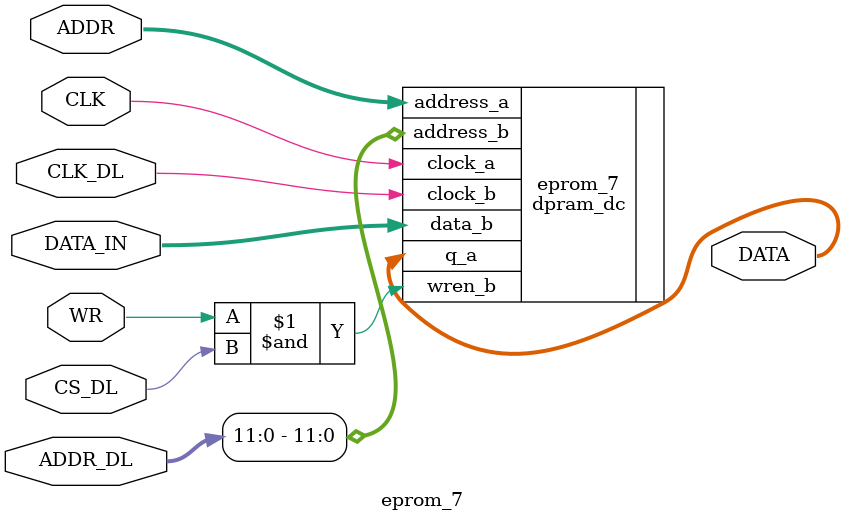
<source format=sv>


module selector
(
	input logic [24:0] ioctl_addr,
	output logic rom_m1_cs, rom_m2_cs, rom_m3_cs, rom_m4_cs, rom_m5_cs, rom_m6_cs,
	output logic bank0_cs, bank1_cs, bank2_cs, bank3_cs, bank4_cs,
	             bank5_cs, bank6_cs, bank7_cs, bank8_cs
);

	always_comb begin
		{rom_m1_cs, rom_m2_cs, rom_m3_cs, rom_m4_cs, rom_m5_cs, rom_m6_cs,
		 bank0_cs, bank1_cs, bank2_cs, bank3_cs, bank4_cs, bank5_cs,
		 bank6_cs, bank7_cs, bank8_cs} = 0;

		if(ioctl_addr < 'h1000)
			rom_m1_cs = 1;
		else if(ioctl_addr < 'h2000)
			rom_m2_cs = 1;
		else if(ioctl_addr < 'h3000)
			rom_m3_cs = 1;
		else if(ioctl_addr < 'h4000)
			rom_m4_cs = 1;
		else if(ioctl_addr < 'h5000)
			rom_m5_cs = 1;
		else if(ioctl_addr < 'h6000)
			rom_m6_cs = 1;
		else if(ioctl_addr < 'h7000)
			bank0_cs = 1;
		else if(ioctl_addr < 'h8000)
			bank1_cs = 1;
		else if(ioctl_addr < 'h9000)
			bank2_cs = 1;
		else if(ioctl_addr < 'hA000)
			bank3_cs = 1;
		else if(ioctl_addr < 'hB000)
			bank4_cs = 1;
		else if(ioctl_addr < 'hC000)
			bank5_cs = 1;
		else if(ioctl_addr < 'hD000)
			bank6_cs = 1;
		else if(ioctl_addr < 'hE000)
			bank7_cs = 1;
		else if(ioctl_addr < 'hF000)
			bank8_cs = 1;
	end
endmodule

////////////
// EPROMS //
////////////

//Generic 4KB ROM module (12-bit address)
module eprom_4k
(
	input logic        CLK,
	input logic        CLK_DL,
	input logic [11:0] ADDR,
	input logic [24:0] ADDR_DL,
	input logic [7:0]  DATA_IN,
	input logic        CS_DL,
	input logic        WR,
	output logic [7:0] DATA
);
	dpram_dc #(.widthad_a(12)) rom
	(
		.clock_a(CLK),
		.address_a(ADDR[11:0]),
		.q_a(DATA[7:0]),

		.clock_b(CLK_DL),
		.address_b(ADDR_DL[11:0]),
		.data_b(DATA_IN),
		.wren_b(WR & CS_DL)
	);
endmodule

//Sound board ROM (8KB, 13-bit address) - used by sound board index 1
module eprom_7
(
	input logic        CLK,
	input logic        CLK_DL,
	input logic [11:0] ADDR,
	input logic [24:0] ADDR_DL,
	input logic [7:0]  DATA_IN,
	input logic        CS_DL,
	input logic        WR,
	output logic [7:0] DATA
);
	dpram_dc #(.widthad_a(12)) eprom_7
	(
		.clock_a(CLK),
		.address_a(ADDR[11:0]),
		.q_a(DATA[7:0]),

		.clock_b(CLK_DL),
		.address_b(ADDR_DL[11:0]),
		.data_b(DATA_IN),
		.wren_b(WR & CS_DL)
	);
endmodule

</source>
